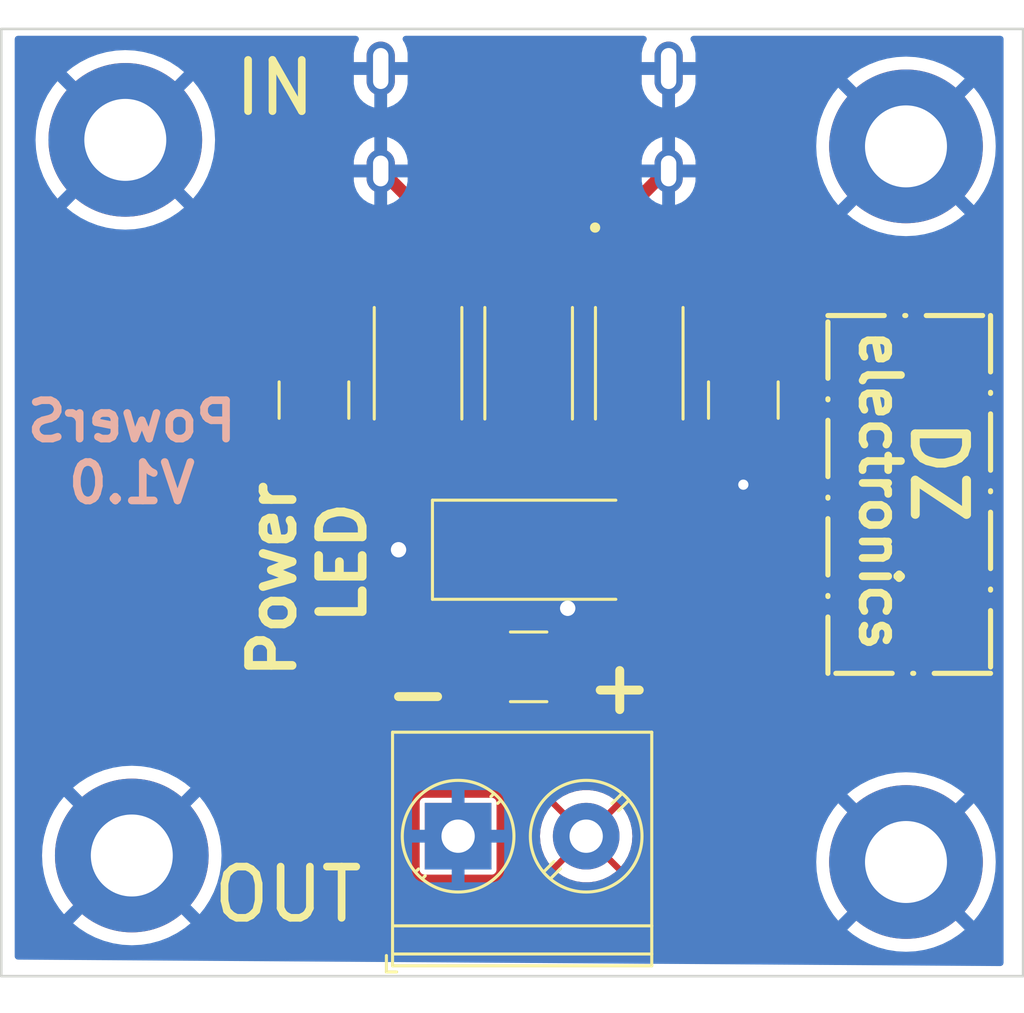
<source format=kicad_pcb>
(kicad_pcb (version 20240108) (generator "pcbnew") (generator_version "8.0")
  (layers (0 "F.Cu" signal) (31 "B.Cu" signal) (34 "B.Paste" user) (35 "F.Paste" user) (36 "B.SilkS" user "B.Silkscreen") (37 "F.SilkS" user "F.Silkscreen") (38 "B.Mask" user) (39 "F.Mask" user) (44 "Edge.Cuts" user))
  (net 0 "")
  (net 1 "GND")
  (net 2 "+5V")
  (net 3 "/CC1")
  (net 4 "/CC2")
  (net 5 "/LED")
  (footprint "PCM_SL_Mechanical:MountingHole_3.2mm_Pad" (layer "F.Cu") (at 86.36 79.248)
    (property "Reference" "H3" (hide yes))
    (property "Value" "MountingHole_M3_3.2mm_Pad" (hide yes))
    (pad "1" thru_hole circle (at 0 0) (size 6 6) (drill 3.2) (layers "*.Cu" "*.Mask") (net 1 "GND"))
  )
  (footprint "PCM_SL_Mechanical:MountingHole_3.2mm_Pad" (layer "F.Cu") (at 86.106 51.308)
    (property "Reference" "H1" (hide yes))
    (property "Value" "MountingHole_M3_3.2mm_Pad" (hide yes))
    (pad "1" thru_hole circle (at 0 0) (size 6 6) (drill 3.2) (layers "*.Cu" "*.Mask") (net 1 "GND"))
  )
  (footprint "LED_SMD:LED_2512_6332Metric_Pad1.52x3.35mm_HandSolder" (layer "F.Cu") (at 102.108 67.31)
    (property "Reference" "D1" (hide yes))
    (property "Value" "LED")
    (fp_line (start -4.01 -1.935) (end -4.01 1.935) (stroke (width 0.12)) (layer "F.SilkS"))
    (fp_line (start -4.01 1.935) (end 3.15 1.935) (stroke (width 0.12)) (layer "F.SilkS"))
    (fp_line (start 3.15 -1.935) (end -4.01 -1.935) (stroke (width 0.12)) (layer "F.SilkS"))
    (pad "1" smd roundrect (at -2.9875 0) (size 1.525 3.35) (layers "F.Cu" "F.Paste" "F.Mask") (roundrect_rratio 0.163934) (net 1 "GND"))
    (pad "2" smd roundrect (at 2.9875 0) (size 1.525 3.35) (layers "F.Cu" "F.Paste" "F.Mask") (roundrect_rratio 0.163934) (net 5 "/LED"))
  )
  (footprint "Resistor_SMD:R_2512_6332Metric" (layer "F.Cu") (at 97.536 60.0295 -90)
    (property "Reference" "R1" (hide yes))
    (property "Value" "5.1k" (hide yes))
    (fp_line (start -2.177064 1.71) (end 2.177064 1.71) (stroke (width 0.12)) (layer "F.SilkS"))
    (fp_line (start -2.177064 -1.71) (end 2.177064 -1.71) (stroke (width 0.12)) (layer "F.SilkS"))
    (pad "1" smd roundrect (at -2.9625 0 270) (size 1.225 3.35) (layers "F.Cu" "F.Paste" "F.Mask") (roundrect_rratio 0.204082) (net 4 "/CC2"))
    (pad "2" smd roundrect (at 2.9625 0 270) (size 1.225 3.35) (layers "F.Cu" "F.Paste" "F.Mask") (roundrect_rratio 0.204082) (net 1 "GND"))
  )
  (footprint "Resistor_SMD:R_2512_6332Metric" (layer "F.Cu") (at 101.854 60.0295 -90)
    (property "Reference" "R2" (hide yes))
    (property "Value" "5.1k" (hide yes))
    (fp_line (start -2.177064 1.71) (end 2.177064 1.71) (stroke (width 0.12)) (layer "F.SilkS"))
    (fp_line (start -2.177064 -1.71) (end 2.177064 -1.71) (stroke (width 0.12)) (layer "F.SilkS"))
    (pad "1" smd roundrect (at -2.9625 0 270) (size 1.225 3.35) (layers "F.Cu" "F.Paste" "F.Mask") (roundrect_rratio 0.204082) (net 3 "/CC1"))
    (pad "2" smd roundrect (at 2.9625 0 270) (size 1.225 3.35) (layers "F.Cu" "F.Paste" "F.Mask") (roundrect_rratio 0.204082) (net 1 "GND"))
  )
  (footprint "PCM_SL_Mechanical:MountingHole_3.2mm_Pad" (layer "F.Cu") (at 116.586 51.562)
    (property "Reference" "H2" (hide yes))
    (property "Value" "MountingHole_M3_3.2mm_Pad" (hide yes))
    (pad "1" thru_hole circle (at 0 0) (size 6 6) (drill 3.2) (layers "*.Cu" "*.Mask") (net 1 "GND"))
  )
  (footprint "connectors:USBC_PD_6PINS" (layer "F.Cu") (at 101.628464 49.42801 180)
    (property "Reference" "J2" (hide yes))
    (property "Value" "USB4515-GF-A_REVA" (hide yes))
    (fp_circle (center -2.82 -5.304) (end -2.72 -5.304) (stroke (width 0.2)) (fill none) (layer "F.SilkS"))
    (pad "A5" smd rect (at -0.57 -4.044 180) (size 0.7 1.2) (layers "F.Cu" "F.Paste" "F.Mask") (net 3 "/CC1"))
    (pad "A9" smd rect (at 1.45 -4.044 180) (size 0.76 1.2) (layers "F.Cu" "F.Paste" "F.Mask") (net 2 "+5V"))
    (pad "A12" smd rect (at 2.68 -4.044 180) (size 0.8 1.2) (layers "F.Cu" "F.Paste" "F.Mask") (net 1 "GND"))
    (pad "B5" smd rect (at 0.43 -4.044 180) (size 0.7 1.2) (layers "F.Cu" "F.Paste" "F.Mask") (net 4 "/CC2"))
    (pad "B9" smd rect (at -1.59 -4.044 180) (size 0.76 1.2) (layers "F.Cu" "F.Paste" "F.Mask") (net 2 "+5V"))
    (pad "B12" smd rect (at -2.82 -4.044 180) (size 0.8 1.2) (layers "F.Cu" "F.Paste" "F.Mask") (net 1 "GND"))
    (pad "S1" thru_hole oval (at -5.69 0.906 180) (size 1.1 2.1) (drill oval 0.6 1.6) (layers "*.Cu" "*.Mask") (net 1 "GND"))
    (pad "S2" thru_hole oval (at 5.55 0.906 180) (size 1.1 2.1) (drill oval 0.6 1.6) (layers "*.Cu" "*.Mask") (net 1 "GND"))
    (pad "S3" thru_hole oval (at -5.69 -3.094 180) (size 1.1 1.7) (drill oval 0.6 1.2) (layers "*.Cu" "*.Mask") (net 1 "GND"))
    (pad "S4" thru_hole oval (at 5.55 -3.094 180) (size 1.1 1.7) (drill oval 0.6 1.2) (layers "*.Cu" "*.Mask") (net 1 "GND"))
  )
  (footprint "Resistor_SMD:R_2512_6332Metric" (layer "F.Cu") (at 106.172 60.0295 -90)
    (property "Reference" "R3" (hide yes))
    (property "Value" "220" (hide yes))
    (fp_line (start -2.177064 1.71) (end 2.177064 1.71) (stroke (width 0.12)) (layer "F.SilkS"))
    (fp_line (start -2.177064 -1.71) (end 2.177064 -1.71) (stroke (width 0.12)) (layer "F.SilkS"))
    (pad "1" smd roundrect (at -2.9625 0 270) (size 1.225 3.35) (layers "F.Cu" "F.Paste" "F.Mask") (roundrect_rratio 0.204082) (net 2 "+5V"))
    (pad "2" smd roundrect (at 2.9625 0 270) (size 1.225 3.35) (layers "F.Cu" "F.Paste" "F.Mask") (roundrect_rratio 0.204082) (net 5 "/LED"))
  )
  (footprint "Capacitor_SMD:C_1210_3225Metric" (layer "F.Cu") (at 110.236 61.468 -90)
    (property "Reference" "C1" (hide yes))
    (property "Value" "100n" (hide yes))
    (fp_line (start -0.711252 1.36) (end 0.711252 1.36) (stroke (width 0.12)) (layer "F.SilkS"))
    (fp_line (start -0.711252 -1.36) (end 0.711252 -1.36) (stroke (width 0.12)) (layer "F.SilkS"))
    (pad "1" smd roundrect (at -1.475 0 270) (size 1.15 2.7) (layers "F.Cu" "F.Paste" "F.Mask") (roundrect_rratio 0.217391) (net 2 "+5V"))
    (pad "2" smd roundrect (at 1.475 0 270) (size 1.15 2.7) (layers "F.Cu" "F.Paste" "F.Mask") (roundrect_rratio 0.217391) (net 1 "GND"))
  )
  (footprint "Capacitor_SMD:C_1210_3225Metric" (layer "F.Cu") (at 101.854 71.882)
    (property "Reference" "C3" (hide yes))
    (property "Value" "100n" (hide yes))
    (fp_line (start -0.711252 -1.36) (end 0.711252 -1.36) (stroke (width 0.12)) (layer "F.SilkS"))
    (fp_line (start -0.711252 1.36) (end 0.711252 1.36) (stroke (width 0.12)) (layer "F.SilkS"))
    (pad "1" smd roundrect (at -1.475 0) (size 1.15 2.7) (layers "F.Cu" "F.Paste" "F.Mask") (roundrect_rratio 0.217391) (net 2 "+5V"))
    (pad "2" smd roundrect (at 1.475 0) (size 1.15 2.7) (layers "F.Cu" "F.Paste" "F.Mask") (roundrect_rratio 0.217391) (net 1 "GND"))
  )
  (footprint "TerminalBlock_Phoenix:TerminalBlock_Phoenix_PT-1,5-2-5.0-H_1x02_P5.00mm_Horizontal" (layer "F.Cu") (at 99.1 78.494)
    (property "Reference" "J3" (hide yes))
    (property "Value" "Screw_Terminal_2_P5.00mm")
    (fp_line (start -2.8 4.66) (end -2.8 5.3) (stroke (width 0.12)) (layer "F.SilkS"))
    (fp_line (start -2.8 5.3) (end -2.4 5.3) (stroke (width 0.12)) (layer "F.SilkS"))
    (fp_line (start -2.56 -4.06) (end -2.56 5.06) (stroke (width 0.12)) (layer "F.SilkS"))
    (fp_line (start -2.56 -4.06) (end 7.56 -4.06) (stroke (width 0.12)) (layer "F.SilkS"))
    (fp_line (start -2.56 3.5) (end 7.56 3.5) (stroke (width 0.12)) (layer "F.SilkS"))
    (fp_line (start -2.56 4.6) (end 7.56 4.6) (stroke (width 0.12)) (layer "F.SilkS"))
    (fp_line (start -2.56 5.06) (end 7.56 5.06) (stroke (width 0.12)) (layer "F.SilkS"))
    (fp_line (start -1.548 1.281) (end -1.654 1.388) (stroke (width 0.12)) (layer "F.SilkS"))
    (fp_line (start -1.282 1.547) (end -1.388 1.654) (stroke (width 0.12)) (layer "F.SilkS"))
    (fp_line (start 1.388 -1.654) (end 1.281 -1.547) (stroke (width 0.12)) (layer "F.SilkS"))
    (fp_line (start 1.654 -1.388) (end 1.547 -1.281) (stroke (width 0.12)) (layer "F.SilkS"))
    (fp_line (start 3.742 0.992) (end 3.347 1.388) (stroke (width 0.12)) (layer "F.SilkS"))
    (fp_line (start 3.993 1.274) (end 3.613 1.654) (stroke (width 0.12)) (layer "F.SilkS"))
    (fp_line (start 6.388 -1.654) (end 6.008 -1.274) (stroke (width 0.12)) (layer "F.SilkS"))
    (fp_line (start 6.654 -1.388) (end 6.259 -0.992) (stroke (width 0.12)) (layer "F.SilkS"))
    (fp_line (start 7.56 -4.06) (end 7.56 5.06) (stroke (width 0.12)) (layer "F.SilkS"))
    (fp_circle (center 0 0) (end 2.18 0) (stroke (width 0.12)) (fill none) (layer "F.SilkS"))
    (fp_circle (center 5 0) (end 7.18 0) (stroke (width 0.12)) (fill none) (layer "F.SilkS"))
    (pad "1" thru_hole rect (at 0 0) (size 2.6 2.6) (drill 1.3) (layers "*.Cu" "*.Mask") (net 1 "GND"))
    (pad "2" thru_hole circle (at 5 0) (size 2.6 2.6) (drill 1.3) (layers "*.Cu" "*.Mask") (net 2 "+5V"))
  )
  (footprint "PCM_SL_Mechanical:MountingHole_3.2mm_Pad" (layer "F.Cu") (at 116.586 79.502)
    (property "Reference" "H4" (hide yes))
    (property "Value" "MountingHole_M3_3.2mm_Pad" (hide yes))
    (pad "1" thru_hole circle (at 0 0) (size 6 6) (drill 3.2) (layers "*.Cu" "*.Mask") (net 1 "GND"))
  )
  (footprint "Capacitor_SMD:C_1210_3225Metric" (layer "F.Cu") (at 93.472 61.468 -90)
    (property "Reference" "C2" (hide yes))
    (property "Value" "100n" (hide yes))
    (fp_line (start -0.711252 1.36) (end 0.711252 1.36) (stroke (width 0.12)) (layer "F.SilkS"))
    (fp_line (start -0.711252 -1.36) (end 0.711252 -1.36) (stroke (width 0.12)) (layer "F.SilkS"))
    (pad "1" smd roundrect (at -1.475 0 270) (size 1.15 2.7) (layers "F.Cu" "F.Paste" "F.Mask") (roundrect_rratio 0.217391) (net 2 "+5V"))
    (pad "2" smd roundrect (at 1.475 0 270) (size 1.15 2.7) (layers "F.Cu" "F.Paste" "F.Mask") (roundrect_rratio 0.217391) (net 1 "GND"))
  )
  (gr_rect (start 113.538 58.166) (end 119.888 72.136) (stroke (width 0.2) (type dash_dot)) (fill none) (layer "F.SilkS"))
  (gr_rect (start 81.264 46.97672) (end 121.158 83.958708) (stroke (width 0.1)) (fill none) (layer "Edge.Cuts"))
  (gr_text "PowerS\nV1.0" (at 86.36 63.5 0) (layer "B.SilkS") (effects (font (size 1.5 1.5) (thickness 0.3) (bold yes)) (justify mirror)))
  (gr_text "-" (at 97.536 72.898 0) (layer "F.SilkS") (effects (font (size 2 2) (thickness 0.35) (bold yes))))
  (gr_text "IN" (at 91.948 49.276 0) (layer "F.SilkS") (effects (font (size 2 2) (thickness 0.3))))
  (gr_text "Power \nLED" (at 93.218 67.818 90) (layer "F.SilkS") (effects (font (size 1.7 1.7) (thickness 0.34) (bold yes))))
  (gr_text "OUT" (at 92.456 80.772 0) (layer "F.SilkS") (effects (font (size 2 2) (thickness 0.3))))
  (gr_text "electronics" (at 115.57 65.024 -90) (layer "F.SilkS") (effects (font (size 1.5 1.5) (thickness 0.3) (bold yes))))
  (gr_text "DZ" (at 117.856 64.262 -90) (layer "F.SilkS") (effects (font (size 2 2) (thickness 0.35) (bold yes))))
  (gr_text "+" (at 105.41 72.644 0) (layer "F.SilkS") (effects (font (size 2 2) (thickness 0.35) (bold yes))))
  (segment (start 97.536 62.992) (end 97.536 66.548) (width 0.5) (layer "F.Cu") (net 1))
  (segment (start 99.1205 67.31) (end 96.774 67.31) (width 0.5) (layer "F.Cu") (net 1))
  (segment (start 96.99594 53.404444) (end 96.04594 52.454444) (width 0.5) (layer "F.Cu") (net 1))
  (segment (start 103.329 71.882) (end 103.329 69.645) (width 0.5) (layer "F.Cu") (net 1))
  (segment (start 99.06 53.548504) (end 98.91594 53.404444) (width 0.5) (layer "F.Cu") (net 1))
  (segment (start 97.536 66.548) (end 96.774 67.31) (width 0.5) (layer "F.Cu") (net 1))
  (segment (start 97.487 62.943) (end 97.536 62.992) (width 0.5) (layer "F.Cu") (net 1))
  (segment (start 101.854 62.992) (end 97.536 62.992) (width 0.5) (layer "F.Cu") (net 1))
  (segment (start 110.236 62.943) (end 110.236 64.77) (width 0.5) (layer "F.Cu") (net 1))
  (segment (start 93.472 62.943) (end 97.487 62.943) (width 0.5) (layer "F.Cu") (net 1))
  (segment (start 98.91594 53.404444) (end 96.99594 53.404444) (width 0.5) (layer "F.Cu") (net 1))
  (segment (start 106.33594 53.404444) (end 107.28594 52.454444) (width 0.5) (layer "F.Cu") (net 1))
  (segment (start 104.41594 53.404444) (end 106.33594 53.404444) (width 0.5) (layer "F.Cu") (net 1))
  (segment (start 103.329 69.645) (end 103.378 69.596) (width 0.5) (layer "F.Cu") (net 1))
  (via (at 103.378 69.596) (size 1) (drill 0.6) (layers "F.Cu" "B.Cu") (net 1))
  (via (at 110.236 64.77) (size 0.8) (drill 0.4) (layers "F.Cu" "B.Cu") (net 1))
  (via (at 96.774 67.31) (size 1) (drill 0.6) (layers "F.Cu" "B.Cu") (net 1))
  (segment (start 106.255 57.067) (end 106.172 57.067) (width 0.25) (layer "F.Cu") (net 2))
  (segment (start 101.854 57.067) (end 102.16594 56.75506) (width 0.3) (layer "F.Cu") (net 3))
  (segment (start 102.16594 56.75506) (end 102.16594 53.404444) (width 0.3) (layer "F.Cu") (net 3))
  (segment (start 100.584 55.88) (end 101.16594 55.29806) (width 0.3) (layer "F.Cu") (net 4))
  (segment (start 97.536 57.067) (end 98.723 55.88) (width 0.3) (layer "F.Cu") (net 4))
  (segment (start 98.723 55.88) (end 100.584 55.88) (width 0.3) (layer "F.Cu") (net 4))
  (segment (start 101.16594 55.29806) (end 101.16594 53.404444) (width 0.3) (layer "F.Cu") (net 4))
  (segment (start 105.0955 67.31) (end 105.0955 64.0685) (width 0.25) (layer "F.Cu") (net 5))
  (segment (start 105.0955 64.0685) (end 106.172 62.992) (width 0.25) (layer "F.Cu") (net 5))
  (zone (net 0) (net_name "") (layer "F.Cu") (name "power") (connect_pads (clearance 0)) (min_thickness 0.25)
    (keepout (tracks not_allowed) (vias not_allowed) (pads not_allowed) (copperpour not_allowed) (footprints allowed))
    (fill (thermal_gap 0.5) (thermal_bridge_width 0.25))
    (polygon (pts (xy 100.076 65.532) (xy 104.14 65.532) (xy 104.14 68.834) (xy 100.076 68.834)))
  )
  (zone (net 0) (net_name "") (layer "F.Cu") (connect_pads (clearance 0)) (min_thickness 0.25)
    (keepout (tracks not_allowed) (vias not_allowed) (pads not_allowed) (copperpour not_allowed) (footprints allowed))
    (fill (thermal_gap 0.5) (thermal_bridge_width 0.5))
    (polygon (pts (xy 91.694 60.706) (xy 95.504 60.706) (xy 95.504 62.23) (xy 91.694 62.23)))
  )
  (zone (net 0) (net_name "") (layer "F.Cu") (connect_pads (clearance 0)) (min_thickness 0.25)
    (keepout (tracks allowed) (vias allowed) (pads allowed) (copperpour not_allowed) (footprints allowed))
    (fill (thermal_gap 0.5) (thermal_bridge_width 0.5))
    (polygon (pts (xy 108.204 63.754) (xy 111.252 63.754) (xy 111.252 65.786) (xy 108.204 65.786)))
  )
  (zone (net 0) (net_name "") (layer "F.Cu") (connect_pads (clearance 0)) (min_thickness 0.25)
    (keepout (tracks not_allowed) (vias not_allowed) (pads not_allowed) (copperpour not_allowed) (footprints allowed))
    (fill (thermal_gap 0.5) (thermal_bridge_width 0.5))
    (polygon (pts (xy 112.014 60.706) (xy 108.204 60.706) (xy 108.204 62.23) (xy 112.014 62.23)))
  )
  (zone (net 0) (net_name "") (layer "F.Cu") (name "power") (connect_pads (clearance 0)) (min_thickness 0.25)
    (keepout (tracks not_allowed) (vias not_allowed) (pads not_allowed) (copperpour not_allowed) (footprints allowed))
    (fill (thermal_gap 0.5) (thermal_bridge_width 0.25))
    (polygon (pts (xy 95.504 57.912) (xy 108.204 57.912) (xy 108.204 62.23) (xy 95.504 62.23)))
  )
  (zone (net 2) (net_name "+5V") (layer "F.Cu") (name "power") (priority 1) (connect_pads (clearance 0.1)) (min_thickness 0.25) (fill yes (thermal_gap 0.5) (thermal_bridge_width 0.25))
    (polygon (pts (xy 99.568 52.578) (xy 103.800538 52.555766) (xy 103.886 55.118) (xy 108.204 55.118) (xy 112.522 55.118) (xy 112.268 81.28) (xy 107.696 81.28) (xy 94.996 81.28) (xy 91.44 81.28) (xy 91.186 55.118) (xy 94.742 55.118) (xy 99.568 55.118)))
  )
  (zone (net 0) (net_name "") (layer "F.Cu") (name "power") (connect_pads (clearance 0)) (min_thickness 0.25)
    (keepout (tracks not_allowed) (vias not_allowed) (pads not_allowed) (copperpour not_allowed) (footprints allowed))
    (fill (thermal_gap 0.5) (thermal_bridge_width 0.25))
    (polygon (pts (xy 101.346 70.358) (xy 102.616 70.358) (xy 102.616 73.406) (xy 101.346 73.406)))
  )
  (zone (net 1) (net_name "GND") (layer "B.Cu") (name "GND Plane") (connect_pads (clearance 0.5)) (min_thickness 0.25) (fill yes (thermal_gap 0.5) (thermal_bridge_width 0.5))
    (polygon (pts (xy 81.788 47.244) (xy 120.396 47.244) (xy 120.396 83.566) (xy 81.788 83.312)))
  )
)
</source>
